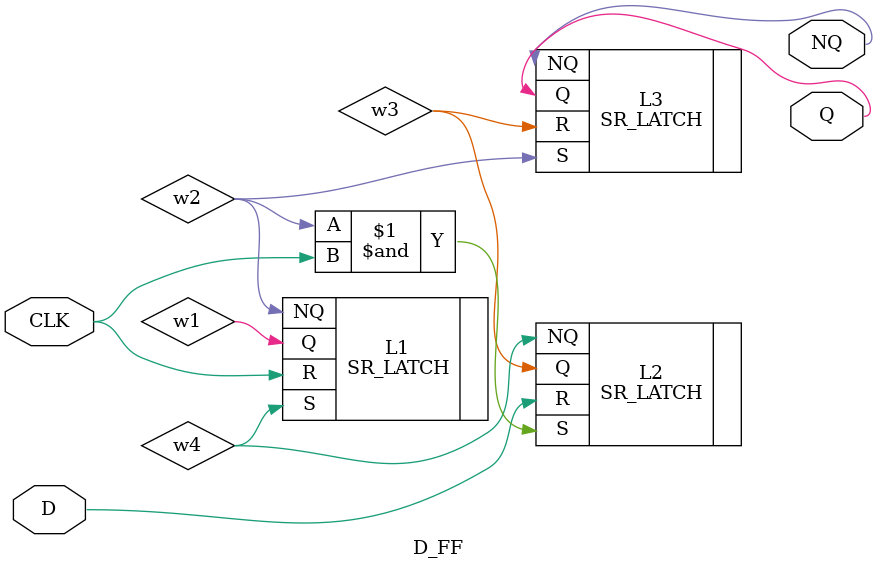
<source format=v>
module D_FF(CLK, D, Q, NQ);
    input CLK, D;
    output Q, NQ;
    wire w1, w2, w3, w4;
    SR_LATCH L1(.S(w4), .R(CLK), .Q(w1), .NQ(w2));
    SR_LATCH L2(.S(w2&CLK), .R(D), .Q(w3), .NQ(w4));
    SR_LATCH L3(.S(w2), .R(w3), .Q(Q), .NQ(NQ));
endmodule
</source>
